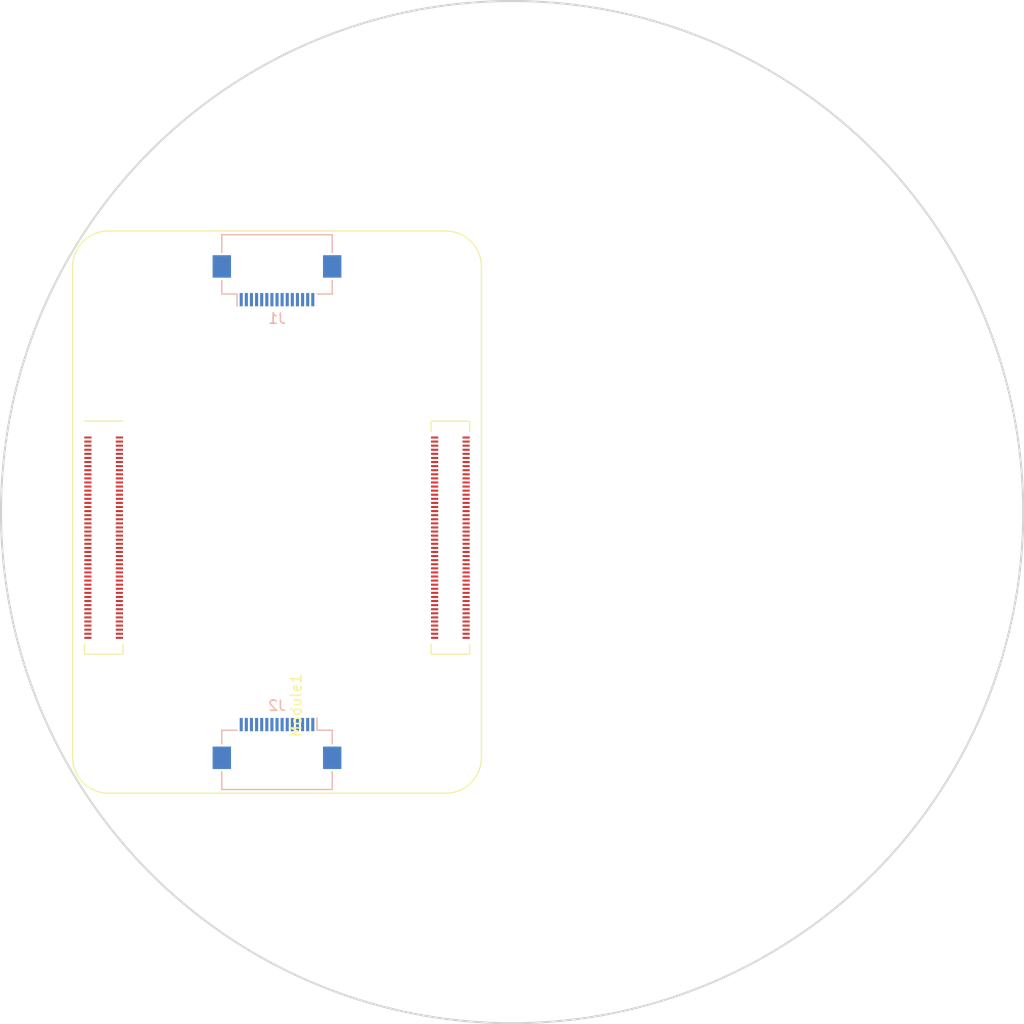
<source format=kicad_pcb>
(kicad_pcb (version 20211014) (generator pcbnew)
  (layers (0 "F.Cu" signal) (31 "B.Cu" signal) (34 "B.Paste" user) (35 "F.Paste" user) (36 "B.SilkS" user "B.Silkscreen") (37 "F.SilkS" user "F.Silkscreen") (38 "B.Mask" user) (39 "F.Mask" user) (44 "Edge.Cuts" user))
  (net 0 "")
  (net 1 "GND")
  (net 26 "/rpi1/ID_SCL")
  (net 27 "/rpi1/ID_SDA")
  (net 40 "/rpi1/RX")
  (net 42 "/rpi1/TX")
  (net 58 "+5V")
  (net 59 "+3V3")
  (net 60 "/rpi1/SCL0")
  (net 61 "/rpi1/SDA0")
  (net 71 "/rpi1/CAM_GPIO")
  (net 84 "/rpi1/CAM1_D0_N")
  (net 86 "/rpi1/CAM1_D0_P")
  (net 88 "/rpi1/CAM1_D1_N")
  (net 90 "/rpi1/CAM1_D1_P")
  (net 92 "/rpi1/CAM1_C_N")
  (net 93 "/rpi1/CAM0_D0_N")
  (net 94 "/rpi1/CAM1_C_P")
  (net 95 "/rpi1/CAM0_D0_P")
  (net 97 "/rpi1/CAM0_D1_N")
  (net 99 "/rpi1/CAM0_D1_P")
  (net 101 "/rpi1/CAM0_C_N")
  (net 103 "/rpi1/CAM0_C_P")
  (footprint "CM4IO:Raspberry-Pi-4-Compute-Module" (layer "F.Cu") (at 60.5 124)
    (fp_text reference "Module1" (at 18.38 -5.08 270) (layer "F.SilkS"))
    (fp_text value "ComputeModule4-CM4")
    (fp_line (start 35.35 -32.9) (end 35.35 -31.9) (layer "F.SilkS") (width 0.12))
    (fp_line (start 31.57 -10.1) (end 31.57 -11.1) (layer "F.SilkS") (width 0.12))
    (fp_line (start 35.35 -10.1) (end 35.35 -11.1) (layer "F.SilkS") (width 0.12))
    (fp_line (start -2.35 -10.1) (end -2.35 -11.1) (layer "F.SilkS") (width 0.12))
    (fp_line (start -3.5 -48) (end -3.5 0) (layer "F.SilkS") (width 0.12))
    (fp_line (start 1.43 -10.1) (end 1.43 -11.1) (layer "F.SilkS") (width 0.12))
    (fp_line (start 0 3.5) (end 33 3.5) (layer "F.SilkS") (width 0.12))
    (fp_line (start 31.57 -32.9) (end 35.35 -32.9) (layer "F.SilkS") (width 0.12))
    (fp_line (start 31.57 -10.1) (end 35.35 -10.1) (layer "F.SilkS") (width 0.12))
    (fp_line (start 36.5 0) (end 36.5 -48) (layer "F.SilkS") (width 0.12))
    (fp_line (start -2.35 -32.9) (end 1.43 -32.9) (layer "F.SilkS") (width 0.12))
    (fp_line (start 33 -51.5) (end 0 -51.5) (layer "F.SilkS") (width 0.12))
    (fp_line (start -2.35 -10.1) (end 1.43 -10.1) (layer "F.SilkS") (width 0.12))
    (fp_line (start 31.57 -32.9) (end 31.57 -31.9) (layer "F.SilkS") (width 0.12))
    (fp_arc (start 0 3.5) (mid -2.474874 2.474874) (end -3.5 0) (layer "F.SilkS") (width 0.12))
    (fp_arc (start 33 -51.5) (mid 35.474874 -50.474874) (end 36.5 -48) (layer "F.SilkS") (width 0.12))
    (fp_arc (start -3.5 -48) (mid -2.474874 -50.474874) (end 0 -51.5) (layer "F.SilkS") (width 0.12))
    (fp_arc (start 36.5 0) (mid 35.474874 2.474874) (end 33 3.5) (layer "F.SilkS") (width 0.12))
    (pad "" np_thru_hole circle locked (at 33 -48) (size 2.7 2.7) (drill 2.7) (layers *.Cu *.Mask) (clearance 1.7))
    (pad "" np_thru_hole circle locked (at 0 0) (size 2.7 2.7) (drill 2.7) (layers *.Cu *.Mask) (clearance 1.7))
    (pad "" np_thru_hole circle locked (at 33 0) (size 2.7 2.7) (drill 2.7) (layers *.Cu *.Mask) (clearance 1.7))
    (pad "" np_thru_hole circle locked (at 0 -48) (size 2.7 2.7) (drill 2.7) (layers *.Cu *.Mask) (clearance 1.7))
    (pad "1" smd rect locked (at -2 -31.3 270) (size 0.2 0.7) (layers "F.Cu" "F.Paste" "F.Mask") (net 1 "GND"))
    (pad "2" smd rect locked (at 1.08 -31.3 270) (size 0.2 0.7) (layers "F.Cu" "F.Paste" "F.Mask") (net 1 "GND"))
    (pad "3" smd rect locked (at -2 -30.9 270) (size 0.2 0.7) (layers "F.Cu" "F.Paste" "F.Mask"))
    (pad "4" smd rect locked (at 1.08 -30.9 270) (size 0.2 0.7) (layers "F.Cu" "F.Paste" "F.Mask"))
    (pad "5" smd rect locked (at -2 -30.5 270) (size 0.2 0.7) (layers "F.Cu" "F.Paste" "F.Mask"))
    (pad "6" smd rect locked (at 1.08 -30.5 270) (size 0.2 0.7) (layers "F.Cu" "F.Paste" "F.Mask"))
    (pad "7" smd rect locked (at -2 -30.1 270) (size 0.2 0.7) (layers "F.Cu" "F.Paste" "F.Mask") (net 1 "GND"))
    (pad "8" smd rect locked (at 1.08 -30.1 270) (size 0.2 0.7) (layers "F.Cu" "F.Paste" "F.Mask") (net 1 "GND"))
    (pad "9" smd rect locked (at -2 -29.7 270) (size 0.2 0.7) (layers "F.Cu" "F.Paste" "F.Mask"))
    (pad "10" smd rect locked (at 1.08 -29.7 270) (size 0.2 0.7) (layers "F.Cu" "F.Paste" "F.Mask"))
    (pad "11" smd rect locked (at -2 -29.3 270) (size 0.2 0.7) (layers "F.Cu" "F.Paste" "F.Mask"))
    (pad "12" smd rect locked (at 1.08 -29.3 270) (size 0.2 0.7) (layers "F.Cu" "F.Paste" "F.Mask"))
    (pad "13" smd rect locked (at -2 -28.9 270) (size 0.2 0.7) (layers "F.Cu" "F.Paste" "F.Mask") (net 1 "GND"))
    (pad "14" smd rect locked (at 1.08 -28.9 270) (size 0.2 0.7) (layers "F.Cu" "F.Paste" "F.Mask") (net 1 "GND"))
    (pad "15" smd rect locked (at -2 -28.5 270) (size 0.2 0.7) (layers "F.Cu" "F.Paste" "F.Mask"))
    (pad "16" smd rect locked (at 1.08 -28.5 270) (size 0.2 0.7) (layers "F.Cu" "F.Paste" "F.Mask"))
    (pad "17" smd rect locked (at -2 -28.1 270) (size 0.2 0.7) (layers "F.Cu" "F.Paste" "F.Mask"))
    (pad "18" smd rect locked (at 1.08 -28.1 270) (size 0.2 0.7) (layers "F.Cu" "F.Paste" "F.Mask"))
    (pad "19" smd rect locked (at -2 -27.7 270) (size 0.2 0.7) (layers "F.Cu" "F.Paste" "F.Mask"))
    (pad "20" smd rect locked (at 1.08 -27.7 270) (size 0.2 0.7) (layers "F.Cu" "F.Paste" "F.Mask"))
    (pad "21" smd rect locked (at -2 -27.3 270) (size 0.2 0.7) (layers "F.Cu" "F.Paste" "F.Mask"))
    (pad "22" smd rect locked (at 1.08 -27.3 270) (size 0.2 0.7) (layers "F.Cu" "F.Paste" "F.Mask") (net 1 "GND"))
    (pad "23" smd rect locked (at -2 -26.9 270) (size 0.2 0.7) (layers "F.Cu" "F.Paste" "F.Mask") (net 1 "GND"))
    (pad "24" smd rect locked (at 1.08 -26.9 270) (size 0.2 0.7) (layers "F.Cu" "F.Paste" "F.Mask"))
    (pad "25" smd rect locked (at -2 -26.5 270) (size 0.2 0.7) (layers "F.Cu" "F.Paste" "F.Mask"))
    (pad "26" smd rect locked (at 1.08 -26.5 270) (size 0.2 0.7) (layers "F.Cu" "F.Paste" "F.Mask"))
    (pad "27" smd rect locked (at -2 -26.1 270) (size 0.2 0.7) (layers "F.Cu" "F.Paste" "F.Mask"))
    (pad "28" smd rect locked (at 1.08 -26.1 270) (size 0.2 0.7) (layers "F.Cu" "F.Paste" "F.Mask"))
    (pad "29" smd rect locked (at -2 -25.7 270) (size 0.2 0.7) (layers "F.Cu" "F.Paste" "F.Mask"))
    (pad "30" smd rect locked (at 1.08 -25.7 270) (size 0.2 0.7) (layers "F.Cu" "F.Paste" "F.Mask"))
    (pad "31" smd rect locked (at -2 -25.3 270) (size 0.2 0.7) (layers "F.Cu" "F.Paste" "F.Mask"))
    (pad "32" smd rect locked (at 1.08 -25.3 270) (size 0.2 0.7) (layers "F.Cu" "F.Paste" "F.Mask") (net 1 "GND"))
    (pad "33" smd rect locked (at -2 -24.9 270) (size 0.2 0.7) (layers "F.Cu" "F.Paste" "F.Mask") (net 1 "GND"))
    (pad "34" smd rect locked (at 1.08 -24.9 270) (size 0.2 0.7) (layers "F.Cu" "F.Paste" "F.Mask"))
    (pad "35" smd rect locked (at -2 -24.5 270) (size 0.2 0.7) (layers "F.Cu" "F.Paste" "F.Mask") (net 26 "/rpi1/ID_SCL"))
    (pad "36" smd rect locked (at 1.08 -24.5 270) (size 0.2 0.7) (layers "F.Cu" "F.Paste" "F.Mask") (net 27 "/rpi1/ID_SDA"))
    (pad "37" smd rect locked (at -2 -24.1 270) (size 0.2 0.7) (layers "F.Cu" "F.Paste" "F.Mask"))
    (pad "38" smd rect locked (at 1.08 -24.1 270) (size 0.2 0.7) (layers "F.Cu" "F.Paste" "F.Mask"))
    (pad "39" smd rect locked (at -2 -23.7 270) (size 0.2 0.7) (layers "F.Cu" "F.Paste" "F.Mask"))
    (pad "40" smd rect locked (at 1.08 -23.7 270) (size 0.2 0.7) (layers "F.Cu" "F.Paste" "F.Mask"))
    (pad "41" smd rect locked (at -2 -23.3 270) (size 0.2 0.7) (layers "F.Cu" "F.Paste" "F.Mask"))
    (pad "42" smd rect locked (at 1.08 -23.3 270) (size 0.2 0.7) (layers "F.Cu" "F.Paste" "F.Mask") (net 1 "GND"))
    (pad "43" smd rect locked (at -2 -22.9 270) (size 0.2 0.7) (layers "F.Cu" "F.Paste" "F.Mask") (net 1 "GND"))
    (pad "44" smd rect locked (at 1.08 -22.9 270) (size 0.2 0.7) (layers "F.Cu" "F.Paste" "F.Mask"))
    (pad "45" smd rect locked (at -2 -22.5 270) (size 0.2 0.7) (layers "F.Cu" "F.Paste" "F.Mask"))
    (pad "46" smd rect locked (at 1.08 -22.5 270) (size 0.2 0.7) (layers "F.Cu" "F.Paste" "F.Mask"))
    (pad "47" smd rect locked (at -2 -22.1 270) (size 0.2 0.7) (layers "F.Cu" "F.Paste" "F.Mask"))
    (pad "48" smd rect locked (at 1.08 -22.1 270) (size 0.2 0.7) (layers "F.Cu" "F.Paste" "F.Mask"))
    (pad "49" smd rect locked (at -2 -21.7 270) (size 0.2 0.7) (layers "F.Cu" "F.Paste" "F.Mask"))
    (pad "50" smd rect locked (at 1.08 -21.7 270) (size 0.2 0.7) (layers "F.Cu" "F.Paste" "F.Mask"))
    (pad "51" smd rect locked (at -2 -21.3 270) (size 0.2 0.7) (layers "F.Cu" "F.Paste" "F.Mask") (net 40 "/rpi1/RX"))
    (pad "52" smd rect locked (at 1.08 -21.3 270) (size 0.2 0.7) (layers "F.Cu" "F.Paste" "F.Mask") (net 1 "GND"))
    (pad "53" smd rect locked (at -2 -20.9 270) (size 0.2 0.7) (layers "F.Cu" "F.Paste" "F.Mask") (net 1 "GND"))
    (pad "54" smd rect locked (at 1.08 -20.9 270) (size 0.2 0.7) (layers "F.Cu" "F.Paste" "F.Mask"))
    (pad "55" smd rect locked (at -2 -20.5 270) (size 0.2 0.7) (layers "F.Cu" "F.Paste" "F.Mask") (net 42 "/rpi1/TX"))
    (pad "56" smd rect locked (at 1.08 -20.5 270) (size 0.2 0.7) (layers "F.Cu" "F.Paste" "F.Mask"))
    (pad "57" smd rect locked (at -2 -20.1 270) (size 0.2 0.7) (layers "F.Cu" "F.Paste" "F.Mask"))
    (pad "58" smd rect locked (at 1.08 -20.1 270) (size 0.2 0.7) (layers "F.Cu" "F.Paste" "F.Mask"))
    (pad "59" smd rect locked (at -2 -19.7 270) (size 0.2 0.7) (layers "F.Cu" "F.Paste" "F.Mask") (net 1 "GND"))
    (pad "60" smd rect locked (at 1.08 -19.7 270) (size 0.2 0.7) (layers "F.Cu" "F.Paste" "F.Mask") (net 1 "GND"))
    (pad "61" smd rect locked (at -2 -19.3 270) (size 0.2 0.7) (layers "F.Cu" "F.Paste" "F.Mask"))
    (pad "62" smd rect locked (at 1.08 -19.3 270) (size 0.2 0.7) (layers "F.Cu" "F.Paste" "F.Mask"))
    (pad "63" smd rect locked (at -2 -18.9 270) (size 0.2 0.7) (layers "F.Cu" "F.Paste" "F.Mask"))
    (pad "64" smd rect locked (at 1.08 -18.9 270) (size 0.2 0.7) (layers "F.Cu" "F.Paste" "F.Mask"))
    (pad "65" smd rect locked (at -2 -18.5 270) (size 0.2 0.7) (layers "F.Cu" "F.Paste" "F.Mask") (net 1 "GND"))
    (pad "66" smd rect locked (at 1.08 -18.5 270) (size 0.2 0.7) (layers "F.Cu" "F.Paste" "F.Mask") (net 1 "GND"))
    (pad "67" smd rect locked (at -2 -18.1 270) (size 0.2 0.7) (layers "F.Cu" "F.Paste" "F.Mask"))
    (pad "68" smd rect locked (at 1.08 -18.1 270) (size 0.2 0.7) (layers "F.Cu" "F.Paste" "F.Mask"))
    (pad "69" smd rect locked (at -2 -17.7 270) (size 0.2 0.7) (layers "F.Cu" "F.Paste" "F.Mask"))
    (pad "70" smd rect locked (at 1.08 -17.7 270) (size 0.2 0.7) (layers "F.Cu" "F.Paste" "F.Mask"))
    (pad "71" smd rect locked (at -2 -17.3 270) (size 0.2 0.7) (layers "F.Cu" "F.Paste" "F.Mask") (net 1 "GND"))
    (pad "72" smd rect locked (at 1.08 -17.3 270) (size 0.2 0.7) (layers "F.Cu" "F.Paste" "F.Mask"))
    (pad "73" smd rect locked (at -2 -16.9 270) (size 0.2 0.7) (layers "F.Cu" "F.Paste" "F.Mask"))
    (pad "74" smd rect locked (at 1.08 -16.9 270) (size 0.2 0.7) (layers "F.Cu" "F.Paste" "F.Mask") (net 1 "GND"))
    (pad "75" smd rect locked (at -2 -16.5 270) (size 0.2 0.7) (layers "F.Cu" "F.Paste" "F.Mask"))
    (pad "76" smd rect locked (at 1.08 -16.5 270) (size 0.2 0.7) (layers "F.Cu" "F.Paste" "F.Mask"))
    (pad "77" smd rect locked (at -2 -16.1 270) (size 0.2 0.7) (layers "F.Cu" "F.Paste" "F.Mask") (net 58 "+5V"))
    (pad "78" smd rect locked (at 1.08 -16.1 270) (size 0.2 0.7) (layers "F.Cu" "F.Paste" "F.Mask") (net 59 "+3V3"))
    (pad "79" smd rect locked (at -2 -15.7 270) (size 0.2 0.7) (layers "F.Cu" "F.Paste" "F.Mask") (net 58 "+5V"))
    (pad "80" smd rect locked (at 1.08 -15.7 270) (size 0.2 0.7) (layers "F.Cu" "F.Paste" "F.Mask") (net 60 "/rpi1/SCL0"))
    (pad "81" smd rect locked (at -2 -15.3 270) (size 0.2 0.7) (layers "F.Cu" "F.Paste" "F.Mask") (net 58 "+5V"))
    (pad "82" smd rect locked (at 1.08 -15.3 270) (size 0.2 0.7) (layers "F.Cu" "F.Paste" "F.Mask") (net 61 "/rpi1/SDA0"))
    (pad "83" smd rect locked (at -2 -14.9 270) (size 0.2 0.7) (layers "F.Cu" "F.Paste" "F.Mask") (net 58 "+5V"))
    (pad "84" smd rect locked (at 1.08 -14.9 270) (size 0.2 0.7) (layers "F.Cu" "F.Paste" "F.Mask") (net 59 "+3V3"))
    (pad "85" smd rect locked (at -2 -14.5 270) (size 0.2 0.7) (layers "F.Cu" "F.Paste" "F.Mask") (net 58 "+5V"))
    (pad "86" smd rect locked (at 1.08 -14.5 270) (size 0.2 0.7) (layers "F.Cu" "F.Paste" "F.Mask") (net 59 "+3V3"))
    (pad "87" smd rect locked (at -2 -14.1 270) (size 0.2 0.7) (layers "F.Cu" "F.Paste" "F.Mask") (net 58 "+5V"))
    (pad "88" smd rect locked (at 1.08 -14.1 270) (size 0.2 0.7) (layers "F.Cu" "F.Paste" "F.Mask"))
    (pad "89" smd rect locked (at -2 -13.7 270) (size 0.2 0.7) (layers "F.Cu" "F.Paste" "F.Mask"))
    (pad "90" smd rect locked (at 1.08 -13.7 270) (size 0.2 0.7) (layers "F.Cu" "F.Paste" "F.Mask"))
    (pad "91" smd rect locked (at -2 -13.3 270) (size 0.2 0.7) (layers "F.Cu" "F.Paste" "F.Mask"))
    (pad "92" smd rect locked (at 1.08 -13.3 270) (size 0.2 0.7) (layers "F.Cu" "F.Paste" "F.Mask"))
    (pad "93" smd rect locked (at -2 -12.9 270) (size 0.2 0.7) (layers "F.Cu" "F.Paste" "F.Mask"))
    (pad "94" smd rect locked (at 1.08 -12.9 270) (size 0.2 0.7) (layers "F.Cu" "F.Paste" "F.Mask"))
    (pad "95" smd rect locked (at -2 -12.5 270) (size 0.2 0.7) (layers "F.Cu" "F.Paste" "F.Mask"))
    (pad "96" smd rect locked (at 1.08 -12.5 270) (size 0.2 0.7) (layers "F.Cu" "F.Paste" "F.Mask"))
    (pad "97" smd rect locked (at -2 -12.1 270) (size 0.2 0.7) (layers "F.Cu" "F.Paste" "F.Mask") (net 71 "/rpi1/CAM_GPIO"))
    (pad "98" smd rect locked (at 1.08 -12.1 270) (size 0.2 0.7) (layers "F.Cu" "F.Paste" "F.Mask") (net 1 "GND"))
    (pad "99" smd rect locked (at -2 -11.7 270) (size 0.2 0.7) (layers "F.Cu" "F.Paste" "F.Mask"))
    (pad "100" smd rect locked (at 1.08 -11.7 270) (size 0.2 0.7) (layers "F.Cu" "F.Paste" "F.Mask"))
    (pad "101" smd rect locked (at 31.92 -31.3 270) (size 0.2 0.7) (layers "F.Cu" "F.Paste" "F.Mask"))
    (pad "102" smd rect locked (at 35 -31.3 270) (size 0.2 0.7) (layers "F.Cu" "F.Paste" "F.Mask"))
    (pad "103" smd rect locked (at 31.92 -30.9 270) (size 0.2 0.7) (layers "F.Cu" "F.Paste" "F.Mask"))
    (pad "104" smd rect locked (at 35 -30.9 270) (size 0.2 0.7) (layers "F.Cu" "F.Paste" "F.Mask"))
    (pad "105" smd rect locked (at 31.92 -30.5 270) (size 0.2 0.7) (layers "F.Cu" "F.Paste" "F.Mask"))
    (pad "106" smd rect locked (at 35 -30.5 270) (size 0.2 0.7) (layers "F.Cu" "F.Paste" "F.Mask"))
    (pad "107" smd rect locked (at 31.92 -30.1 270) (size 0.2 0.7) (layers "F.Cu" "F.Paste" "F.Mask") (net 1 "GND"))
    (pad "108" smd rect locked (at 35 -30.1 270) (size 0.2 0.7) (layers "F.Cu" "F.Paste" "F.Mask") (net 1 "GND"))
    (pad "109" smd rect locked (at 31.92 -29.7 270) (size 0.2 0.7) (layers "F.Cu" "F.Paste" "F.Mask"))
    (pad "110" smd rect locked (at 35 -29.7 270) (size 0.2 0.7) (layers "F.Cu" "F.Paste" "F.Mask"))
    (pad "111" smd rect locked (at 31.92 -29.3 270) (size 0.2 0.7) (layers "F.Cu" "F.Paste" "F.Mask"))
    (pad "112" smd rect locked (at 35 -29.3 270) (size 0.2 0.7) (layers "F.Cu" "F.Paste" "F.Mask"))
    (pad "113" smd rect locked (at 31.92 -28.9 270) (size 0.2 0.7) (layers "F.Cu" "F.Paste" "F.Mask") (net 1 "GND"))
    (pad "114" smd rect locked (at 35 -28.9 270) (size 0.2 0.7) (layers "F.Cu" "F.Paste" "F.Mask") (net 1 "GND"))
    (pad "115" smd rect locked (at 31.92 -28.5 270) (size 0.2 0.7) (layers "F.Cu" "F.Paste" "F.Mask") (net 84 "/rpi1/CAM1_D0_N"))
    (pad "116" smd rect locked (at 35 -28.5 270) (size 0.2 0.7) (layers "F.Cu" "F.Paste" "F.Mask"))
    (pad "117" smd rect locked (at 31.92 -28.1 270) (size 0.2 0.7) (layers "F.Cu" "F.Paste" "F.Mask") (net 86 "/rpi1/CAM1_D0_P"))
    (pad "118" smd rect locked (at 35 -28.1 270) (size 0.2 0.7) (layers "F.Cu" "F.Paste" "F.Mask"))
    (pad "119" smd rect locked (at 31.92 -27.7 270) (size 0.2 0.7) (layers "F.Cu" "F.Paste" "F.Mask") (net 1 "GND"))
    (pad "120" smd rect locked (at 35 -27.7 270) (size 0.2 0.7) (layers "F.Cu" "F.Paste" "F.Mask") (net 1 "GND"))
    (pad "121" smd rect locked (at 31.92 -27.3 270) (size 0.2 0.7) (layers "F.Cu" "F.Paste" "F.Mask") (net 88 "/rpi1/CAM1_D1_N"))
    (pad "122" smd rect locked (at 35 -27.3 270) (size 0.2 0.7) (layers "F.Cu" "F.Paste" "F.Mask"))
    (pad "123" smd rect locked (at 31.92 -26.9 270) (size 0.2 0.7) (layers "F.Cu" "F.Paste" "F.Mask") (net 90 "/rpi1/CAM1_D1_P"))
    (pad "124" smd rect locked (at 35 -26.9 270) (size 0.2 0.7) (layers "F.Cu" "F.Paste" "F.Mask"))
    (pad "125" smd rect locked (at 31.92 -26.5 270) (size 0.2 0.7) (layers "F.Cu" "F.Paste" "F.Mask") (net 1 "GND"))
    (pad "126" smd rect locked (at 35 -26.5 270) (size 0.2 0.7) (layers "F.Cu" "F.Paste" "F.Mask") (net 1 "GND"))
    (pad "127" smd rect locked (at 31.92 -26.1 270) (size 0.2 0.7) (layers "F.Cu" "F.Paste" "F.Mask") (net 92 "/rpi1/CAM1_C_N"))
    (pad "128" smd rect locked (at 35 -26.1 270) (size 0.2 0.7) (layers "F.Cu" "F.Paste" "F.Mask") (net 93 "/rpi1/CAM0_D0_N"))
    (pad "129" smd rect locked (at 31.92 -25.7 270) (size 0.2 0.7) (layers "F.Cu" "F.Paste" "F.Mask") (net 94 "/rpi1/CAM1_C_P"))
    (pad "130" smd rect locked (at 35 -25.7 270) (size 0.2 0.7) (layers "F.Cu" "F.Paste" "F.Mask") (net 95 "/rpi1/CAM0_D0_P"))
    (pad "131" smd rect locked (at 31.92 -25.3 270) (size 0.2 0.7) (layers "F.Cu" "F.Paste" "F.Mask") (net 1 "GND"))
    (pad "132" smd rect locked (at 35 -25.3 270) (size 0.2 0.7) (layers "F.Cu" "F.Paste" "F.Mask") (net 1 "GND"))
    (pad "133" smd rect locked (at 31.92 -24.9 270) (size 0.2 0.7) (layers "F.Cu" "F.Paste" "F.Mask"))
    (pad "134" smd rect locked (at 35 -24.9 270) (size 0.2 0.7) (layers "F.Cu" "F.Paste" "F.Mask") (net 97 "/rpi1/CAM0_D1_N"))
    (pad "135" smd rect locked (at 31.92 -24.5 270) (size 0.2 0.7) (layers "F.Cu" "F.Paste" "F.Mask"))
    (pad "136" smd rect locked (at 35 -24.5 270) (size 0.2 0.7) (layers "F.Cu" "F.Paste" "F.Mask") (net 99 "/rpi1/CAM0_D1_P"))
    (pad "137" smd rect locked (at 31.92 -24.1 270) (size 0.2 0.7) (layers "F.Cu" "F.Paste" "F.Mask") (net 1 "GND"))
    (pad "138" smd rect locked (at 35 -24.1 270) (size 0.2 0.7) (layers "F.Cu" "F.Paste" "F.Mask") (net 1 "GND"))
    (pad "139" smd rect locked (at 31.92 -23.7 270) (size 0.2 0.7) (layers "F.Cu" "F.Paste" "F.Mask"))
    (pad "140" smd rect locked (at 35 -23.7 270) (size 0.2 0.7) (layers "F.Cu" "F.Paste" "F.Mask") (net 101 "/rpi1/CAM0_C_N"))
    (pad "141" smd rect locked (at 31.92 -23.3 270) (size 0.2 0.7) (layers "F.Cu" "F.Paste" "F.Mask"))
    (pad "142" smd rect locked (at 35 -23.3 270) (size 0.2 0.7) (layers "F.Cu" "F.Paste" "F.Mask") (net 103 "/rpi1/CAM0_C_P"))
    (pad "143" smd rect locked (at 31.92 -22.9 270) (size 0.2 0.7) (layers "F.Cu" "F.Paste" "F.Mask"))
    (pad "144" smd rect locked (at 35 -22.9 270) (size 0.2 0.7) (layers "F.Cu" "F.Paste" "F.Mask") (net 1 "GND"))
    (pad "145" smd rect locked (at 31.92 -22.5 270) (size 0.2 0.7) (layers "F.Cu" "F.Paste" "F.Mask"))
    (pad "146" smd rect locked (at 35 -22.5 270) (size 0.2 0.7) (layers "F.Cu" "F.Paste" "F.Mask"))
    (pad "147" smd rect locked (at 31.92 -22.1 270) (size 0.2 0.7) (layers "F.Cu" "F.Paste" "F.Mask"))
    (pad "148" smd rect locked (at 35 -22.1 270) (size 0.2 0.7) (layers "F.Cu" "F.Paste" "F.Mask"))
    (pad "149" smd rect locked (at 31.92 -21.7 270) (size 0.2 0.7) (layers "F.Cu" "F.Paste" "F.Mask"))
    (pad "150" smd rect locked (at 35 -21.7 270) (size 0.2 0.7) (layers "F.Cu" "F.Paste" "F.Mask") (net 1 "GND"))
    (pad "151" smd rect locked (at 31.92 -21.3 270) (size 0.2 0.7) (layers "F.Cu" "F.Paste" "F.Mask"))
    (pad "152" smd rect locked (at 35 -21.3 270) (size 0.2 0.7) (layers "F.Cu" "F.Paste" "F.Mask"))
    (pad "153" smd rect locked (at 31.92 -20.9 270) (size 0.2 0.7) (layers "F.Cu" "F.Paste" "F.Mask"))
    (pad "154" smd rect locked (at 35 -20.9 270) (size 0.2 0.7) (layers "F.Cu" "F.Paste" "F.Mask"))
    (pad "155" smd rect locked (at 31.92 -20.5 270) (size 0.2 0.7) (layers "F.Cu" "F.Paste" "F.Mask") (net 1 "GND"))
    (pad "156" smd rect locked (at 35 -20.5 270) (size 0.2 0.7) (layers "F.Cu" "F.Paste" "F.Mask") (net 1 "GND"))
    (pad "157" smd rect locked (at 31.92 -20.1 270) (size 0.2 0.7) (layers "F.Cu" "F.Paste" "F.Mask"))
    (pad "158" smd rect locked (at 35 -20.1 270) (size 0.2 0.7) (layers "F.Cu" "F.Paste" "F.Mask"))
    (pad "159" smd rect locked (at 31.92 -19.7 270) (size 0.2 0.7) (layers "F.Cu" "F.Paste" "F.Mask"))
    (pad "160" smd rect locked (at 35 -19.7 270) (size 0.2 0.7) (layers "F.Cu" "F.Paste" "F.Mask"))
    (pad "161" smd rect locked (at 31.92 -19.3 270) (size 0.2 0.7) (layers "F.Cu" "F.Paste" "F.Mask") (net 1 "GND"))
    (pad "162" smd rect locked (at 35 -19.3 270) (size 0.2 0.7) (layers "F.Cu" "F.Paste" "F.Mask") (net 1 "GND"))
    (pad "163" smd rect locked (at 31.92 -18.9 270) (size 0.2 0.7) (layers "F.Cu" "F.Paste" "F.Mask"))
    (pad "164" smd rect locked (at 35 -18.9 270) (size 0.2 0.7) (layers "F.Cu" "F.Paste" "F.Mask"))
    (pad "165" smd rect locked (at 31.92 -18.5 270) (size 0.2 0.7) (layers "F.Cu" "F.Paste" "F.Mask"))
    (pad "166" smd rect locked (at 35 -18.5 270) (size 0.2 0.7) (layers "F.Cu" "F.Paste" "F.Mask"))
    (pad "167" smd rect locked (at 31.92 -18.1 270) (size 0.2 0.7) (layers "F.Cu" "F.Paste" "F.Mask") (net 1 "GND"))
    (pad "168" smd rect locked (at 35 -18.1 270) (size 0.2 0.7) (layers "F.Cu" "F.Paste" "F.Mask") (net 1 "GND"))
    (pad "169" smd rect locked (at 31.92 -17.7 270) (size 0.2 0.7) (layers "F.Cu" "F.Paste" "F.Mask"))
    (pad "170" smd rect locked (at 35 -17.7 270) (size 0.2 0.7) (layers "F.Cu" "F.Paste" "F.Mask"))
    (pad "171" smd rect locked (at 31.92 -17.3 270) (size 0.2 0.7) (layers "F.Cu" "F.Paste" "F.Mask"))
    (pad "172" smd rect locked (at 35 -17.3 270) (size 0.2 0.7) (layers "F.Cu" "F.Paste" "F.Mask"))
    (pad "173" smd rect locked (at 31.92 -16.9 270) (size 0.2 0.7) (layers "F.Cu" "F.Paste" "F.Mask") (net 1 "GND"))
    (pad "174" smd rect locked (at 35 -16.9 270) (size 0.2 0.7) (layers "F.Cu" "F.Paste" "F.Mask") (net 1 "GND"))
    (pad "175" smd rect locked (at 31.92 -16.5 270) (size 0.2 0.7) (layers "F.Cu" "F.Paste" "F.Mask"))
    (pad "176" smd rect locked (at 35 -16.5 270) (size 0.2 0.7) (layers "F.Cu" "F.Paste" "F.Mask"))
    (pad "177" smd rect locked (at 31.92 -16.1 270) (size 0.2 0.7) (layers "F.Cu" "F.Paste" "F.Mask"))
    (pad "178" smd rect locked (at 35 -16.1 270) (size 0.2 0.7) (layers "F.Cu" "F.Paste" "F.Mask"))
    (pad "179" smd rect locked (at 31.92 -15.7 270) (size 0.2 0.7) (layers "F.Cu" "F.Paste" "F.Mask") (net 1 "GND"))
    (pad "180" smd rect locked (at 35 -15.7 270) (size 0.2 0.7) (layers "F.Cu" "F.Paste" "F.Mask") (net 1 "GND"))
    (pad "181" smd rect locked (at 31.92 -15.3 270) (size 0.2 0.7) (layers "F.Cu" "F.Paste" "F.Mask"))
    (pad "182" smd rect locked (at 35 -15.3 270) (size 0.2 0.7) (layers "F.Cu" "F.Paste" "F.Mask"))
    (pad "183" smd rect locked (at 31.92 -14.9 270) (size 0.2 0.7) (layers "F.Cu" "F.Paste" "F.Mask"))
    (pad "184" smd rect locked (at 35 -14.9 270) (size 0.2 0.7) (layers "F.Cu" "F.Paste" "F.Mask"))
    (pad "185" smd rect locked (at 31.92 -14.5 270) (size 0.2 0.7) (layers "F.Cu" "F.Paste" "F.Mask") (net 1 "GND"))
    (pad "186" smd rect locked (at 35 -14.5 270) (size 0.2 0.7) (layers "F.Cu" "F.Paste" "F.Mask") (net 1 "GND"))
    (pad "187" smd rect locked (at 31.92 -14.1 270) (size 0.2 0.7) (layers "F.Cu" "F.Paste" "F.Mask"))
    (pad "188" smd rect locked (at 35 -14.1 270) (size 0.2 0.7) (layers "F.Cu" "F.Paste" "F.Mask"))
    (pad "189" smd rect locked (at 31.92 -13.7 270) (size 0.2 0.7) (layers "F.Cu" "F.Paste" "F.Mask"))
    (pad "190" smd rect locked (at 35 -13.7 270) (size 0.2 0.7) (layers "F.Cu" "F.Paste" "F.Mask"))
    (pad "191" smd rect locked (at 31.92 -13.3 270) (size 0.2 0.7) (layers "F.Cu" "F.Paste" "F.Mask") (net 1 "GND"))
    (pad "192" smd rect locked (at 35 -13.3 270) (size 0.2 0.7) (layers "F.Cu" "F.Paste" "F.Mask") (net 1 "GND"))
    (pad "193" smd rect locked (at 31.92 -12.9 270) (size 0.2 0.7) (layers "F.Cu" "F.Paste" "F.Mask"))
    (pad "194" smd rect locked (at 35 -12.9 270) (size 0.2 0.7) (layers "F.Cu" "F.Paste" "F.Mask"))
    (pad "195" smd rect locked (at 31.92 -12.5 270) (size 0.2 0.7) (layers "F.Cu" "F.Paste" "F.Mask"))
    (pad "196" smd rect locked (at 35 -12.5 270) (size 0.2 0.7) (layers "F.Cu" "F.Paste" "F.Mask"))
    (pad "197" smd rect locked (at 31.92 -12.1 270) (size 0.2 0.7) (layers "F.Cu" "F.Paste" "F.Mask") (net 1 "GND"))
    (pad "198" smd rect locked (at 35 -12.1 270) (size 0.2 0.7) (layers "F.Cu" "F.Paste" "F.Mask") (net 1 "GND"))
    (pad "199" smd rect locked (at 31.92 -11.7 270) (size 0.2 0.7) (layers "F.Cu" "F.Paste" "F.Mask"))
    (pad "200" smd rect locked (at 35 -11.7 270) (size 0.2 0.7) (layers "F.Cu" "F.Paste" "F.Mask"))
  )
  (footprint "Connector_FFC-FPC:Hirose_FH12-15S-0.5SH_1x15-1MP_P0.50mm_Horizontal" (layer "B.Cu") (at 77 77.365)
    (fp_text reference "J1" (at 0 3.7) (layer "B.SilkS") (effects (justify mirror)))
    (fp_text value "Conn_01x15_Female")
    (fp_line (start 3.91 1.3) (end 5.4 1.3) (layer "B.SilkS") (width 0.12))
    (fp_line (start 5.4 1.3) (end 5.4 -0.04) (layer "B.SilkS") (width 0.12))
    (fp_line (start -5.4 -2.76) (end -5.4 -4.5) (layer "B.SilkS") (width 0.12))
    (fp_line (start -5.4 -4.5) (end 5.4 -4.5) (layer "B.SilkS") (width 0.12))
    (fp_line (start -3.91 1.3) (end -5.4 1.3) (layer "B.SilkS") (width 0.12))
    (fp_line (start 5.4 -4.5) (end 5.4 -2.76) (layer "B.SilkS") (width 0.12))
    (fp_line (start -3.91 1.3) (end -3.91 2.5) (layer "B.SilkS") (width 0.12))
    (fp_line (start -5.4 1.3) (end -5.4 -0.04) (layer "B.SilkS") (width 0.12))
    (pad "1" smd rect (at -3.5 1.85) (size 0.3 1.3) (layers "B.Cu" "B.Paste" "B.Mask") (net 1 "GND"))
    (pad "2" smd rect (at -3 1.85) (size 0.3 1.3) (layers "B.Cu" "B.Paste" "B.Mask") (net 93 "/rpi1/CAM0_D0_N"))
    (pad "3" smd rect (at -2.5 1.85) (size 0.3 1.3) (layers "B.Cu" "B.Paste" "B.Mask") (net 95 "/rpi1/CAM0_D0_P"))
    (pad "4" smd rect (at -2 1.85) (size 0.3 1.3) (layers "B.Cu" "B.Paste" "B.Mask") (net 1 "GND"))
    (pad "5" smd rect (at -1.5 1.85) (size 0.3 1.3) (layers "B.Cu" "B.Paste" "B.Mask") (net 97 "/rpi1/CAM0_D1_N"))
    (pad "6" smd rect (at -1 1.85) (size 0.3 1.3) (layers "B.Cu" "B.Paste" "B.Mask") (net 99 "/rpi1/CAM0_D1_P"))
    (pad "7" smd rect (at -0.5 1.85) (size 0.3 1.3) (layers "B.Cu" "B.Paste" "B.Mask") (net 1 "GND"))
    (pad "8" smd rect (at 0 1.85) (size 0.3 1.3) (layers "B.Cu" "B.Paste" "B.Mask") (net 101 "/rpi1/CAM0_C_N"))
    (pad "9" smd rect (at 0.5 1.85) (size 0.3 1.3) (layers "B.Cu" "B.Paste" "B.Mask") (net 103 "/rpi1/CAM0_C_P"))
    (pad "10" smd rect (at 1 1.85) (size 0.3 1.3) (layers "B.Cu" "B.Paste" "B.Mask") (net 1 "GND"))
    (pad "11" smd rect (at 1.5 1.85) (size 0.3 1.3) (layers "B.Cu" "B.Paste" "B.Mask") (net 71 "/rpi1/CAM_GPIO"))
    (pad "12" smd rect (at 2 1.85) (size 0.3 1.3) (layers "B.Cu" "B.Paste" "B.Mask"))
    (pad "13" smd rect (at 2.5 1.85) (size 0.3 1.3) (layers "B.Cu" "B.Paste" "B.Mask") (net 60 "/rpi1/SCL0"))
    (pad "14" smd rect (at 3 1.85) (size 0.3 1.3) (layers "B.Cu" "B.Paste" "B.Mask") (net 61 "/rpi1/SDA0"))
    (pad "15" smd rect (at 3.5 1.85) (size 0.3 1.3) (layers "B.Cu" "B.Paste" "B.Mask") (net 59 "+3V3"))
    (pad "MP" smd rect (at 5.4 -1.4) (size 1.8 2.2) (layers "B.Cu" "B.Paste" "B.Mask"))
    (pad "MP" smd rect (at -5.4 -1.4) (size 1.8 2.2) (layers "B.Cu" "B.Paste" "B.Mask"))
  )
  (footprint "Connector_FFC-FPC:Hirose_FH12-15S-0.5SH_1x15-1MP_P0.50mm_Horizontal" (layer "B.Cu") (at 77 122.635 180)
    (fp_text reference "J2" (at 0 3.7) (layer "B.SilkS") (effects (justify mirror)))
    (fp_text value "Conn_01x15_Female")
    (fp_line (start 5.4 1.3) (end 5.4 -0.04) (layer "B.SilkS") (width 0.12))
    (fp_line (start -3.91 1.3) (end -3.91 2.5) (layer "B.SilkS") (width 0.12))
    (fp_line (start -5.4 -4.5) (end 5.4 -4.5) (layer "B.SilkS") (width 0.12))
    (fp_line (start -5.4 -2.76) (end -5.4 -4.5) (layer "B.SilkS") (width 0.12))
    (fp_line (start 5.4 -4.5) (end 5.4 -2.76) (layer "B.SilkS") (width 0.12))
    (fp_line (start 3.91 1.3) (end 5.4 1.3) (layer "B.SilkS") (width 0.12))
    (fp_line (start -3.91 1.3) (end -5.4 1.3) (layer "B.SilkS") (width 0.12))
    (fp_line (start -5.4 1.3) (end -5.4 -0.04) (layer "B.SilkS") (width 0.12))
    (pad "1" smd rect (at -3.5 1.85 180) (size 0.3 1.3) (layers "B.Cu" "B.Paste" "B.Mask") (net 1 "GND"))
    (pad "2" smd rect (at -3 1.85 180) (size 0.3 1.3) (layers "B.Cu" "B.Paste" "B.Mask") (net 84 "/rpi1/CAM1_D0_N"))
    (pad "3" smd rect (at -2.5 1.85 180) (size 0.3 1.3) (layers "B.Cu" "B.Paste" "B.Mask") (net 86 "/rpi1/CAM1_D0_P"))
    (pad "4" smd rect (at -2 1.85 180) (size 0.3 1.3) (layers "B.Cu" "B.Paste" "B.Mask") (net 1 "GND"))
    (pad "5" smd rect (at -1.5 1.85 180) (size 0.3 1.3) (layers "B.Cu" "B.Paste" "B.Mask") (net 88 "/rpi1/CAM1_D1_N"))
    (pad "6" smd rect (at -1 1.85 180) (size 0.3 1.3) (layers "B.Cu" "B.Paste" "B.Mask") (net 90 "/rpi1/CAM1_D1_P"))
    (pad "7" smd rect (at -0.5 1.85 180) (size 0.3 1.3) (layers "B.Cu" "B.Paste" "B.Mask") (net 1 "GND"))
    (pad "8" smd rect (at 0 1.85 180) (size 0.3 1.3) (layers "B.Cu" "B.Paste" "B.Mask") (net 92 "/rpi1/CAM1_C_N"))
    (pad "9" smd rect (at 0.5 1.85 180) (size 0.3 1.3) (layers "B.Cu" "B.Paste" "B.Mask") (net 94 "/rpi1/CAM1_C_P"))
    (pad "10" smd rect (at 1 1.85 180) (size 0.3 1.3) (layers "B.Cu" "B.Paste" "B.Mask") (net 1 "GND"))
    (pad "11" smd rect (at 1.5 1.85 180) (size 0.3 1.3) (layers "B.Cu" "B.Paste" "B.Mask") (net 71 "/rpi1/CAM_GPIO"))
    (pad "12" smd rect (at 2 1.85 180) (size 0.3 1.3) (layers "B.Cu" "B.Paste" "B.Mask"))
    (pad "13" smd rect (at 2.5 1.85 180) (size 0.3 1.3) (layers "B.Cu" "B.Paste" "B.Mask") (net 26 "/rpi1/ID_SCL"))
    (pad "14" smd rect (at 3 1.85 180) (size 0.3 1.3) (layers "B.Cu" "B.Paste" "B.Mask") (net 27 "/rpi1/ID_SDA"))
    (pad "15" smd rect (at 3.5 1.85 180) (size 0.3 1.3) (layers "B.Cu" "B.Paste" "B.Mask") (net 59 "+3V3"))
    (pad "MP" smd rect (at 5.4 -1.4 180) (size 1.8 2.2) (layers "B.Cu" "B.Paste" "B.Mask"))
    (pad "MP" smd rect (at -5.4 -1.4 180) (size 1.8 2.2) (layers "B.Cu" "B.Paste" "B.Mask"))
  )
  (gr_circle (center 100 100) (end 150 100) (layer "Edge.Cuts") (width 0.2) (fill none))
)
</source>
